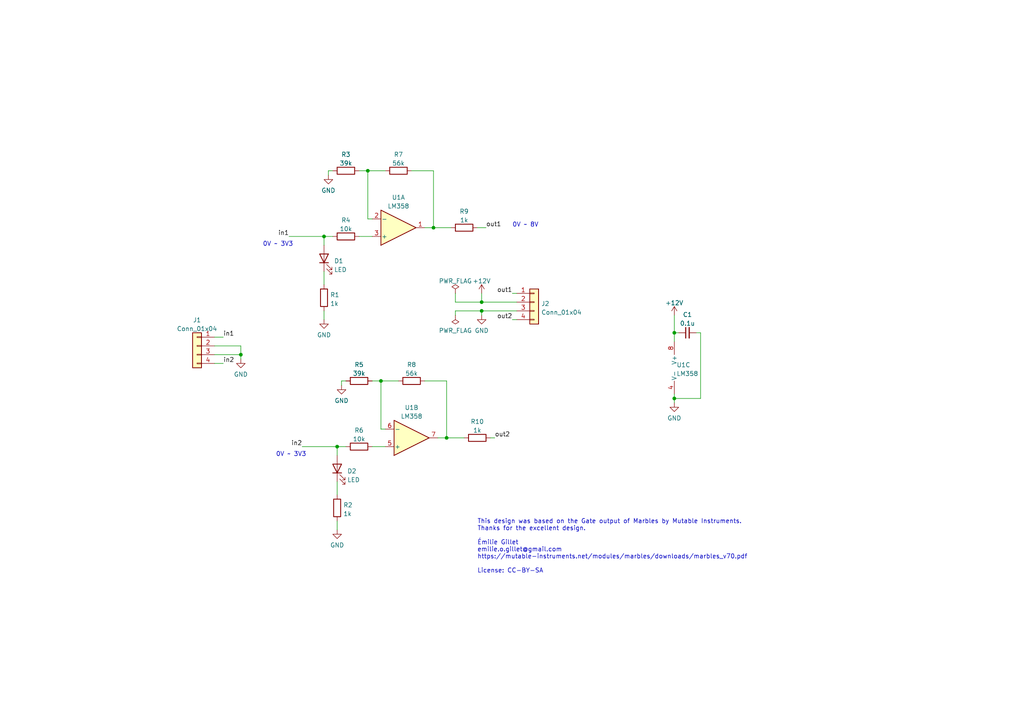
<source format=kicad_sch>
(kicad_sch (version 20230121) (generator eeschema)
  (paper "A4")
  (title_block (title "Gate output") (date "2022-03-02") (rev "A") (company "Akiyuki Okayasu"))
  (lib_symbols
    (symbol "Amplifier_Operational:LM358" (pin_names (offset 0.127))
      (property "Reference" "U" (at 0 5.08 0))
      (property "Value" "LM358" (at 0 -5.08 0))
      (symbol "LM358_1_1"
        (polyline (pts (xy -5.08 5.08) (xy 5.08 0) (xy -5.08 -5.08) (xy -5.08 5.08)) (stroke (width 0.254)) (fill (type background)))
        (pin output line (at 7.62 0 180) (length 2.54) (name "~") (number "1"))
        (pin input line (at -7.62 -2.54 0) (length 2.54) (name "-") (number "2"))
        (pin input line (at -7.62 2.54 0) (length 2.54) (name "+") (number "3"))
      )
      (symbol "LM358_2_1"
        (polyline (pts (xy -5.08 5.08) (xy 5.08 0) (xy -5.08 -5.08) (xy -5.08 5.08)) (stroke (width 0.254)) (fill (type background)))
        (pin input line (at -7.62 2.54 0) (length 2.54) (name "+") (number "5"))
        (pin input line (at -7.62 -2.54 0) (length 2.54) (name "-") (number "6"))
        (pin output line (at 7.62 0 180) (length 2.54) (name "~") (number "7"))
      )
      (symbol "LM358_3_1"
        (pin power_in line (at -2.54 -7.62 90) (length 3.81) (name "V-") (number "4"))
        (pin power_in line (at -2.54 7.62 270) (length 3.81) (name "V+") (number "8"))
      )
    )
    (symbol "Connector_Generic:Conn_01x04" (pin_names (offset 1.016) hide)
      (property "Reference" "J" (at 0 5.08 0))
      (property "Value" "Conn_01x04" (at 0 -7.62 0))
      (symbol "Conn_01x04_1_1"
        (rectangle (start -1.27 -4.953) (end 0 -5.207) (stroke (width 0.1524)))
        (rectangle (start -1.27 -2.413) (end 0 -2.667) (stroke (width 0.1524)))
        (rectangle (start -1.27 0.127) (end 0 -0.127) (stroke (width 0.1524)))
        (rectangle (start -1.27 2.667) (end 0 2.413) (stroke (width 0.1524)))
        (rectangle (start -1.27 3.81) (end 1.27 -6.35) (stroke (width 0.254)) (fill (type background)))
        (pin passive line (at -5.08 2.54 0) (length 3.81) (name "Pin_1") (number "1"))
        (pin passive line (at -5.08 0 0) (length 3.81) (name "Pin_2") (number "2"))
        (pin passive line (at -5.08 -2.54 0) (length 3.81) (name "Pin_3") (number "3"))
        (pin passive line (at -5.08 -5.08 0) (length 3.81) (name "Pin_4") (number "4"))
      )
    )
    (symbol "Device:C_Small" (pin_numbers hide) (pin_names (offset 0.254) hide)
      (property "Reference" "C" (at 0.254 1.778 0))
      (property "Value" "C_Small" (at 0.254 -2.032 0))
      (symbol "C_Small_0_1"
        (polyline (pts (xy -1.524 -0.508) (xy 1.524 -0.508)) (stroke (width 0.3302)))
        (polyline (pts (xy -1.524 0.508) (xy 1.524 0.508)) (stroke (width 0.3048)))
      )
      (symbol "C_Small_1_1"
        (pin passive line (at 0 2.54 270) (length 2.032) (name "~") (number "1"))
        (pin passive line (at 0 -2.54 90) (length 2.032) (name "~") (number "2"))
      )
    )
    (symbol "Device:LED" (pin_numbers hide) (pin_names (offset 1.016) hide)
      (property "Reference" "D" (at 0 2.54 0))
      (property "Value" "LED" (at 0 -2.54 0))
      (symbol "LED_0_1"
        (polyline (pts (xy -1.27 -1.27) (xy -1.27 1.27)) (stroke (width 0.254)))
        (polyline (pts (xy -1.27 0) (xy 1.27 0)))
        (polyline (pts (xy 1.27 -1.27) (xy 1.27 1.27) (xy -1.27 0) (xy 1.27 -1.27)) (stroke (width 0.254)))
        (polyline (pts (xy -3.048 -0.762) (xy -4.572 -2.286) (xy -3.81 -2.286) (xy -4.572 -2.286) (xy -4.572 -1.524)))
        (polyline (pts (xy -1.778 -0.762) (xy -3.302 -2.286) (xy -2.54 -2.286) (xy -3.302 -2.286) (xy -3.302 -1.524)))
      )
      (symbol "LED_1_1"
        (pin passive line (at -3.81 0 0) (length 2.54) (name "K") (number "1"))
        (pin passive line (at 3.81 0 180) (length 2.54) (name "A") (number "2"))
      )
    )
    (symbol "Device:R" (pin_numbers hide) (pin_names (offset 0))
      (property "Reference" "R" (at 2.032 0 90))
      (property "Value" "R" (at 0 0 90))
      (symbol "R_0_1"
        (rectangle (start -1.016 -2.54) (end 1.016 2.54) (stroke (width 0.254)))
      )
      (symbol "R_1_1"
        (pin passive line (at 0 3.81 270) (length 1.27) (name "~") (number "1"))
        (pin passive line (at 0 -3.81 90) (length 1.27) (name "~") (number "2"))
      )
    )
    (symbol "power:+12V" (power) (pin_names (offset 0))
      (property "Value" "+12V" (at 0 3.556 0))
      (symbol "+12V_0_1"
        (polyline (pts (xy -0.762 1.27) (xy 0 2.54)))
        (polyline (pts (xy 0 0) (xy 0 2.54)))
        (polyline (pts (xy 0 2.54) (xy 0.762 1.27)))
      )
      (symbol "+12V_1_1"
        (pin power_in line (at 0 0 90) (length 0) hide (name "+12V") (number "1"))
      )
    )
    (symbol "power:GND" (power) (pin_names (offset 0))
      (property "Value" "GND" (at 0 -3.81 0))
      (symbol "GND_0_1"
        (polyline (pts (xy 0 0) (xy 0 -1.27) (xy 1.27 -1.27) (xy 0 -2.54) (xy -1.27 -1.27) (xy 0 -1.27)))
      )
      (symbol "GND_1_1"
        (pin power_in line (at 0 0 270) (length 0) hide (name "GND") (number "1"))
      )
    )
    (symbol "power:PWR_FLAG" (power) (pin_numbers hide) (pin_names (offset 0) hide)
      (property "Value" "PWR_FLAG" (at 0 3.81 0))
      (symbol "PWR_FLAG_0_0"
        (pin power_out line (at 0 0 90) (length 0) (name "pwr") (number "1"))
      )
      (symbol "PWR_FLAG_0_1"
        (polyline (pts (xy 0 0) (xy 0 1.27) (xy -1.016 1.905) (xy 0 2.54) (xy 1.016 1.905) (xy 0 1.27)))
      )
    )
  )
  (junction (at 139.7 90.17))
  (junction (at 139.7 87.63))
  (junction (at 106.68 49.53))
  (junction (at 97.79 129.54))
  (junction (at 93.98 68.58))
  (junction (at 125.73 66.04))
  (junction (at 129.54 127))
  (junction (at 195.58 115.57))
  (junction (at 195.58 96.52))
  (junction (at 69.85 102.87))
  (junction (at 110.49 110.49))
  (wire (pts (xy 62.23 102.87) (xy 69.85 102.87)))
  (wire (pts (xy 132.08 91.44) (xy 132.08 90.17)))
  (wire (pts (xy 132.08 90.17) (xy 139.7 90.17)))
  (wire (pts (xy 104.14 49.53) (xy 106.68 49.53)))
  (wire (pts (xy 123.19 110.49) (xy 129.54 110.49)))
  (wire (pts (xy 195.58 115.57) (xy 195.58 116.84)))
  (wire (pts (xy 139.7 90.17) (xy 149.86 90.17)))
  (wire (pts (xy 129.54 110.49) (xy 129.54 127)))
  (wire (pts (xy 111.76 49.53) (xy 106.68 49.53)))
  (wire (pts (xy 129.54 127) (xy 127 127)))
  (wire (pts (xy 97.79 132.08) (xy 97.79 129.54)))
  (wire (pts (xy 125.73 49.53) (xy 125.73 66.04)))
  (wire (pts (xy 99.06 110.49) (xy 100.33 110.49)))
  (wire (pts (xy 106.68 49.53) (xy 106.68 63.5)))
  (wire (pts (xy 110.49 124.46) (xy 111.76 124.46)))
  (wire (pts (xy 107.95 129.54) (xy 111.76 129.54)))
  (wire (pts (xy 138.43 66.04) (xy 140.97 66.04)))
  (wire (pts (xy 62.23 97.79) (xy 64.77 97.79)))
  (wire (pts (xy 93.98 90.17) (xy 93.98 92.71)))
  (wire (pts (xy 139.7 91.44) (xy 139.7 90.17)))
  (wire (pts (xy 139.7 87.63) (xy 149.86 87.63)))
  (wire (pts (xy 93.98 78.74) (xy 93.98 82.55)))
  (wire (pts (xy 201.93 96.52) (xy 203.2 96.52)))
  (wire (pts (xy 115.57 110.49) (xy 110.49 110.49)))
  (wire (pts (xy 148.59 85.09) (xy 149.86 85.09)))
  (wire (pts (xy 142.24 127) (xy 143.51 127)))
  (wire (pts (xy 97.79 151.13) (xy 97.79 153.67)))
  (wire (pts (xy 97.79 129.54) (xy 100.33 129.54)))
  (wire (pts (xy 195.58 114.3) (xy 195.58 115.57)))
  (wire (pts (xy 195.58 96.52) (xy 195.58 99.06)))
  (wire (pts (xy 99.06 111.76) (xy 99.06 110.49)))
  (wire (pts (xy 69.85 100.33) (xy 69.85 102.87)))
  (wire (pts (xy 83.82 68.58) (xy 93.98 68.58)))
  (wire (pts (xy 107.95 110.49) (xy 110.49 110.49)))
  (wire (pts (xy 195.58 91.44) (xy 195.58 96.52)))
  (wire (pts (xy 110.49 110.49) (xy 110.49 124.46)))
  (wire (pts (xy 95.25 49.53) (xy 96.52 49.53)))
  (wire (pts (xy 97.79 139.7) (xy 97.79 143.51)))
  (wire (pts (xy 106.68 63.5) (xy 107.95 63.5)))
  (wire (pts (xy 62.23 105.41) (xy 64.77 105.41)))
  (wire (pts (xy 104.14 68.58) (xy 107.95 68.58)))
  (wire (pts (xy 148.59 92.71) (xy 149.86 92.71)))
  (wire (pts (xy 119.38 49.53) (xy 125.73 49.53)))
  (wire (pts (xy 132.08 85.09) (xy 132.08 87.63)))
  (wire (pts (xy 62.23 100.33) (xy 69.85 100.33)))
  (wire (pts (xy 125.73 66.04) (xy 130.81 66.04)))
  (wire (pts (xy 87.63 129.54) (xy 97.79 129.54)))
  (wire (pts (xy 203.2 96.52) (xy 203.2 115.57)))
  (wire (pts (xy 93.98 68.58) (xy 96.52 68.58)))
  (wire (pts (xy 139.7 85.09) (xy 139.7 87.63)))
  (wire (pts (xy 129.54 127) (xy 134.62 127)))
  (wire (pts (xy 69.85 102.87) (xy 69.85 104.14)))
  (wire (pts (xy 95.25 50.8) (xy 95.25 49.53)))
  (wire (pts (xy 203.2 115.57) (xy 195.58 115.57)))
  (wire (pts (xy 125.73 66.04) (xy 123.19 66.04)))
  (wire (pts (xy 93.98 71.12) (xy 93.98 68.58)))
  (wire (pts (xy 132.08 87.63) (xy 139.7 87.63)))
  (wire (pts (xy 196.85 96.52) (xy 195.58 96.52)))
  (text "0V ~ 3V3\n\n" (at 80.01 134.62 0) (effects (font (size 1.27 1.27)) (justify left bottom)))
  (text "This design was based on the Gate output of Marbles by Mutable Instruments.\nThanks for the excellent design.\n\nÉmilie Gillet \nemilie.o.gillet@gmail.com\nhttps://mutable-instruments.net/modules/marbles/downloads/marbles_v70.pdf\n\nLicense: CC-BY-SA" (at 138.43 166.37 0) (effects (font (size 1.27 1.27)) (justify left bottom)))
  (text "0V ~ 8V" (at 148.59 66.04 0) (effects (font (size 1.27 1.27)) (justify left bottom)))
  (text "0V ~ 3V3\n\n" (at 76.2 73.66 0) (effects (font (size 1.27 1.27)) (justify left bottom)))
  (label "in2" (at 87.63 129.54 180))
  (label "out1" (at 140.97 66.04 0))
  (label "in2" (at 64.77 105.41 0))
  (label "in1" (at 83.82 68.58 180))
  (label "in1" (at 64.77 97.79 0))
  (label "out2" (at 148.59 92.71 180))
  (label "out1" (at 148.59 85.09 180))
  (label "out2" (at 143.51 127 0))
  (symbol (lib_id "Device:R") (at 115.57 49.53 90) (unit 1)
    (property "Reference" "R7" (at 115.57 44.8142 90))
    (property "Value" "56k" (at 115.57 47.3511 90))
    (property "Footprint" "Resistor_SMD:R_0402_1005Metric_Pad0.72x0.64mm_HandSolder" (effects hide))
  )
  (symbol (lib_id "power:PWR_FLAG") (at 132.08 91.44 180) (unit 1)
    (property "Reference" "#FLG01" (effects hide))
    (property "Value" "PWR_FLAG" (at 132.08 95.8834 0))
  )
  (symbol (lib_id "Device:R") (at 97.79 147.32 180) (unit 1)
    (property "Reference" "R2" (at 99.568 146.4853 0) (effects (justify right)))
    (property "Value" "1k" (at 99.568 149.0222 0) (effects (justify right)))
    (property "Footprint" "Resistor_SMD:R_0402_1005Metric_Pad0.72x0.64mm_HandSolder" (effects hide))
  )
  (symbol (lib_id "Device:LED") (at 97.79 135.89 90) (unit 1)
    (property "Reference" "D2" (at 100.711 136.6428 90) (effects (justify right)))
    (property "Value" "LED" (at 100.711 139.1797 90) (effects (justify right)))
    (property "Footprint" "LED_SMD:LED_0402_1005Metric_Pad0.77x0.64mm_HandSolder" (effects hide))
  )
  (symbol (lib_id "power:+12V") (at 195.58 91.44 0) (unit 1)
    (property "Reference" "#PWR07" (effects hide))
    (property "Value" "+12V" (at 195.58 87.8642 0))
  )
  (symbol (lib_id "power:GND") (at 97.79 153.67 0) (unit 1)
    (property "Reference" "#PWR04" (effects hide))
    (property "Value" "GND" (at 97.79 158.1134 0))
  )
  (symbol (lib_id "Device:C_Small") (at 199.39 96.52 90) (unit 1)
    (property "Reference" "C1" (at 199.3963 91.2581 90))
    (property "Value" "0.1u" (at 199.3963 93.795 90))
    (property "Footprint" "Capacitor_SMD:C_0402_1005Metric_Pad0.74x0.62mm_HandSolder" (effects hide))
  )
  (symbol (lib_id "power:GND") (at 69.85 104.14 0) (unit 1)
    (property "Reference" "#PWR01" (effects hide))
    (property "Value" "GND" (at 69.85 108.5834 0))
  )
  (symbol (lib_id "Amplifier_Operational:LM358") (at 198.12 106.68 0) (unit 3)
    (property "Reference" "U1" (at 196.215 105.8453 0) (effects (justify left)))
    (property "Value" "LM358" (at 196.215 108.3822 0) (effects (justify left)))
    (property "Footprint" "Package_SO:SOIC-8_3.9x4.9mm_P1.27mm" (effects hide))
    (property "Datasheet" "http://www.ti.com/lit/ds/symlink/lm2904-n.pdf" (effects hide))
  )
  (symbol (lib_id "Amplifier_Operational:LM358") (at 115.57 66.04 0) (mirror x) (unit 1)
    (property "Reference" "U1" (at 115.57 57.2602 0))
    (property "Value" "LM358" (at 115.57 59.7971 0))
    (property "Footprint" "Package_SO:SOIC-8_3.9x4.9mm_P1.27mm" (effects hide))
    (property "Datasheet" "http://www.ti.com/lit/ds/symlink/lm2904-n.pdf" (effects hide))
  )
  (symbol (lib_id "Device:R") (at 119.38 110.49 90) (unit 1)
    (property "Reference" "R8" (at 119.38 105.7742 90))
    (property "Value" "56k" (at 119.38 108.3111 90))
    (property "Footprint" "Resistor_SMD:R_0402_1005Metric_Pad0.72x0.64mm_HandSolder" (effects hide))
  )
  (symbol (lib_id "power:GND") (at 99.06 111.76 0) (unit 1)
    (property "Reference" "#PWR05" (effects hide))
    (property "Value" "GND" (at 99.06 116.2034 0))
  )
  (symbol (lib_id "Device:R") (at 104.14 110.49 90) (unit 1)
    (property "Reference" "R5" (at 104.14 105.7742 90))
    (property "Value" "39k" (at 104.14 108.3111 90))
    (property "Footprint" "Resistor_SMD:R_0402_1005Metric_Pad0.72x0.64mm_HandSolder" (effects hide))
  )
  (symbol (lib_id "Device:LED") (at 93.98 74.93 90) (unit 1)
    (property "Reference" "D1" (at 96.901 75.6828 90) (effects (justify right)))
    (property "Value" "LED" (at 96.901 78.2197 90) (effects (justify right)))
    (property "Footprint" "LED_SMD:LED_0402_1005Metric_Pad0.77x0.64mm_HandSolder" (effects hide))
  )
  (symbol (lib_id "power:+12V") (at 139.7 85.09 0) (unit 1)
    (property "Reference" "#PWR06" (effects hide))
    (property "Value" "+12V" (at 139.7 81.5142 0))
  )
  (symbol (lib_id "Device:R") (at 104.14 129.54 90) (unit 1)
    (property "Reference" "R6" (at 104.14 124.8242 90))
    (property "Value" "10k" (at 104.14 127.3611 90))
    (property "Footprint" "Resistor_SMD:R_0402_1005Metric_Pad0.72x0.64mm_HandSolder" (effects hide))
  )
  (symbol (lib_id "Device:R") (at 93.98 86.36 180) (unit 1)
    (property "Reference" "R1" (at 95.758 85.5253 0) (effects (justify right)))
    (property "Value" "1k" (at 95.758 88.0622 0) (effects (justify right)))
    (property "Footprint" "Resistor_SMD:R_0402_1005Metric_Pad0.72x0.64mm_HandSolder" (effects hide))
  )
  (symbol (lib_id "power:PWR_FLAG") (at 132.08 85.09 0) (unit 1)
    (property "Reference" "#FLG0102" (effects hide))
    (property "Value" "PWR_FLAG" (at 132.08 81.5142 0))
  )
  (symbol (lib_id "power:GND") (at 93.98 92.71 0) (unit 1)
    (property "Reference" "#PWR02" (effects hide))
    (property "Value" "GND" (at 93.98 97.1534 0))
  )
  (symbol (lib_id "Device:R") (at 138.43 127 90) (unit 1)
    (property "Reference" "R10" (at 138.43 122.2842 90))
    (property "Value" "1k" (at 138.43 124.8211 90))
    (property "Footprint" "Resistor_SMD:R_0402_1005Metric_Pad0.72x0.64mm_HandSolder" (effects hide))
  )
  (symbol (lib_id "Device:R") (at 100.33 68.58 90) (unit 1)
    (property "Reference" "R4" (at 100.33 63.8642 90))
    (property "Value" "10k" (at 100.33 66.4011 90))
    (property "Footprint" "Resistor_SMD:R_0402_1005Metric_Pad0.72x0.64mm_HandSolder" (effects hide))
  )
  (symbol (lib_id "Device:R") (at 100.33 49.53 90) (unit 1)
    (property "Reference" "R3" (at 100.33 44.8142 90))
    (property "Value" "39k" (at 100.33 47.3511 90))
    (property "Footprint" "Resistor_SMD:R_0402_1005Metric_Pad0.72x0.64mm_HandSolder" (effects hide))
  )
  (symbol (lib_id "Connector_Generic:Conn_01x04") (at 57.15 100.33 0) (mirror y) (unit 1)
    (property "Reference" "J1" (at 57.15 92.8202 0))
    (property "Value" "Conn_01x04" (at 57.15 95.3571 0))
    (property "Footprint" "Connector_PinHeader_2.54mm:PinHeader_1x04_P2.54mm_Vertical" (effects hide))
  )
  (symbol (lib_id "Connector_Generic:Conn_01x04") (at 154.94 87.63 0) (unit 1)
    (property "Reference" "J2" (at 156.972 88.0653 0) (effects (justify left)))
    (property "Value" "Conn_01x04" (at 156.972 90.6022 0) (effects (justify left)))
    (property "Footprint" "Connector_PinHeader_2.54mm:PinHeader_1x04_P2.54mm_Vertical" (effects hide))
  )
  (symbol (lib_id "Amplifier_Operational:LM358") (at 119.38 127 0) (mirror x) (unit 2)
    (property "Reference" "U1" (at 119.38 118.2202 0))
    (property "Value" "LM358" (at 119.38 120.7571 0))
    (property "Footprint" "Package_SO:SOIC-8_3.9x4.9mm_P1.27mm" (effects hide))
    (property "Datasheet" "http://www.ti.com/lit/ds/symlink/lm2904-n.pdf" (effects hide))
  )
  (symbol (lib_id "power:GND") (at 195.58 116.84 0) (unit 1)
    (property "Reference" "#PWR08" (effects hide))
    (property "Value" "GND" (at 195.58 121.2834 0))
  )
  (symbol (lib_id "power:GND") (at 139.7 91.44 0) (mirror y) (unit 1)
    (property "Reference" "#PWR09" (effects hide))
    (property "Value" "GND" (at 139.7 95.8834 0))
  )
  (symbol (lib_id "power:GND") (at 95.25 50.8 0) (unit 1)
    (property "Reference" "#PWR03" (effects hide))
    (property "Value" "GND" (at 95.25 55.2434 0))
  )
  (symbol (lib_id "Device:R") (at 134.62 66.04 90) (unit 1)
    (property "Reference" "R9" (at 134.62 61.3242 90))
    (property "Value" "1k" (at 134.62 63.8611 90))
    (property "Footprint" "Resistor_SMD:R_0402_1005Metric_Pad0.72x0.64mm_HandSolder" (effects hide))
  )
)
</source>
